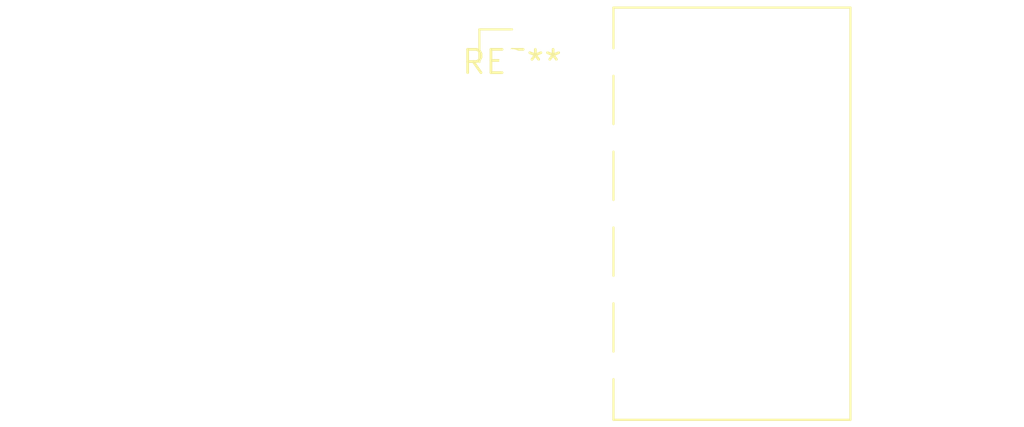
<source format=kicad_pcb>
(kicad_pcb (version 20240108) (generator pcbnew)
  (layers (0 "F.Cu" signal) (31 "B.Cu" signal) (34 "B.Paste" user) (35 "F.Paste" user) (36 "B.SilkS" user "B.Silkscreen") (37 "F.SilkS" user "F.Silkscreen") (38 "B.Mask" user) (39 "F.Mask" user) (44 "Edge.Cuts" user))
  (net 0 "")
  (footprint "TE_MATE-N-LOK_1-770971-x_2x05_P4.14mm_Horizontal" (layer "F.Cu") (at 0 0)
    (property "Reference" "REF**")
    (property "Value" "TE_MATE-N-LOK_1-770971-x_2x05_P4.14mm_Horizontal")
    (fp_line (start -1.78 -1.78) (end -1.78 0) (layer "F.SilkS") (stroke (width 0.12)))
    (fp_line (start 0 -1.78) (end -1.78 -1.78) (layer "F.SilkS") (stroke (width 0.12)))
    (fp_line (start 5.53 -2.97) (end 18.45 -2.97) (layer "F.SilkS") (stroke (width 0.12)))
    (fp_line (start 5.53 -0.751199) (end 5.53 -2.97) (layer "F.SilkS") (stroke (width 0.12)))
    (fp_line (start 5.53 0.751199) (end 5.53 3.388801) (layer "F.SilkS") (stroke (width 0.12)))
    (fp_line (start 5.53 4.891199) (end 5.53 7.528801) (layer "F.SilkS") (stroke (width 0.12)))
    (fp_line (start 5.53 9.031199) (end 5.53 11.668801) (layer "F.SilkS") (stroke (width 0.12)))
    (fp_line (start 5.53 13.171199) (end 5.53 15.808801) (layer "F.SilkS") (stroke (width 0.12)))
    (fp_line (start 5.53 19.53) (end 5.53 17.311199) (layer "F.SilkS") (stroke (width 0.12)))
    (fp_line (start 18.45 -2.97) (end 18.45 19.53) (layer "F.SilkS") (stroke (width 0.12)))
    (fp_line (start 18.45 19.53) (end 5.53 19.53) (layer "F.SilkS") (stroke (width 0.12)))
    (pad "" np_thru_hole circle (at 11.48 8.28) (size 3.86 3.86) (drill 3.86) (layers *.Cu *.Mask))
    (pad "1" thru_hole roundrect (at 0 0) (size 2.64 2.64) (drill 1.4) (layers *.Cu *.Mask) (remove_unused_layers) (roundrect_rratio 0.094697))
    (pad "2" thru_hole circle (at 0 4.14) (size 2.64 2.64) (drill 1.4) (layers *.Cu *.Mask) (remove_unused_layers))
    (pad "3" thru_hole circle (at 0 8.28) (size 2.64 2.64) (drill 1.4) (layers *.Cu *.Mask) (remove_unused_layers))
    (pad "4" thru_hole circle (at 0 12.42) (size 2.64 2.64) (drill 1.4) (layers *.Cu *.Mask) (remove_unused_layers))
    (pad "5" thru_hole circle (at 0 16.56) (size 2.64 2.64) (drill 1.4) (layers *.Cu *.Mask) (remove_unused_layers))
    (pad "6" thru_hole circle (at 4.14 0) (size 2.64 2.64) (drill 1.4) (layers *.Cu *.Mask) (remove_unused_layers))
    (pad "7" thru_hole circle (at 4.14 4.14) (size 2.64 2.64) (drill 1.4) (layers *.Cu *.Mask) (remove_unused_layers))
    (pad "8" thru_hole circle (at 4.14 8.28) (size 2.64 2.64) (drill 1.4) (layers *.Cu *.Mask) (remove_unused_layers))
    (pad "9" thru_hole circle (at 4.14 12.42) (size 2.64 2.64) (drill 1.4) (layers *.Cu *.Mask) (remove_unused_layers))
    (pad "10" thru_hole circle (at 4.14 16.56) (size 2.64 2.64) (drill 1.4) (layers *.Cu *.Mask) (remove_unused_layers))
  )
)
</source>
